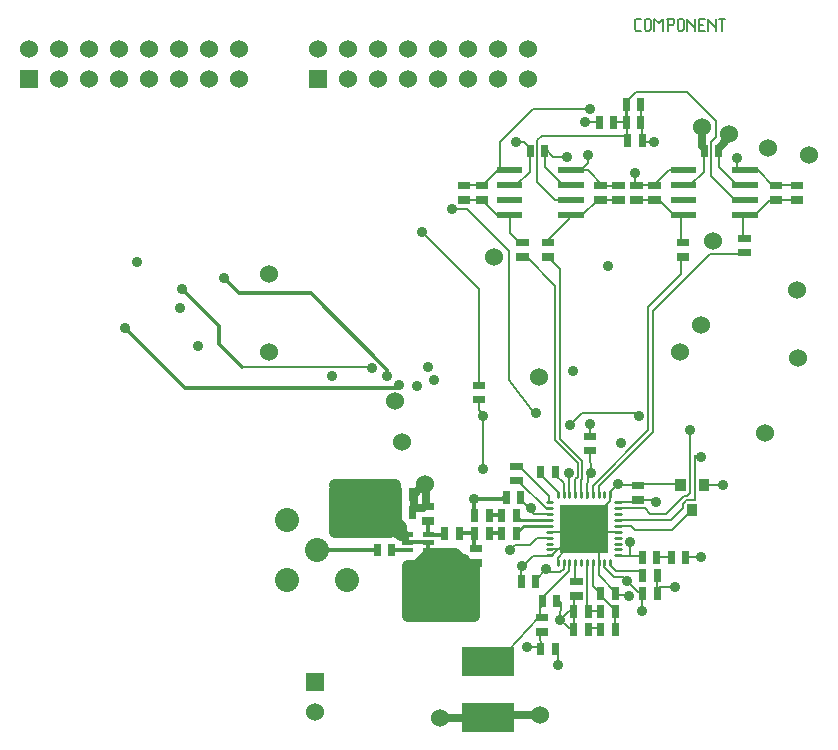
<source format=gbr>
From 8c8eeca9e2ae26c30f186bef23411d345acbc3f6 Mon Sep 17 00:00:00 2001
From: matt
Date: Wed, 16 Aug 2006 05:19:57 +0000
Subject: generated files, rev 2.0

git-svn-id: http://gnuradio.org/svn/gnuradio/trunk@3307 221aa14e-8319-0410-a670-987f0aec2ac5
---
 usrp-hw/dbsrx/gbr/dbsrx_front.gbr | 938 ++++++++++++++++++++++++++++++++++++++
 1 file changed, 938 insertions(+)
 create mode 100644 usrp-hw/dbsrx/gbr/dbsrx_front.gbr

(limited to 'usrp-hw/dbsrx/gbr/dbsrx_front.gbr')

diff --git a/usrp-hw/dbsrx/gbr/dbsrx_front.gbr b/usrp-hw/dbsrx/gbr/dbsrx_front.gbr
new file mode 100644
index 000000000..282709694
--- /dev/null
+++ b/usrp-hw/dbsrx/gbr/dbsrx_front.gbr
@@ -0,0 +1,938 @@
+G04 Title: RX Daughterboard, layergroup #2 *
+G04 Creator: pcb-bin 1.99q *
+G04 CreationDate: Thu Apr 28 23:14:28 2005 UTC *
+G04 For: matt *
+G04 Format: Gerber/RS-274X *
+G04 PCB-Dimensions: 275000 250000 *
+G04 PCB-Coordinate-Origin: lower left *
+%MOIN*%
+%FSLAX24Y24*%
+G04 contains layers component (3) *
+%IPPOS*%
+%ADD11C,0.0400*%
+%ADD12C,0.0080*%
+%ADD13C,0.0239*%
+%ADD14C,0.0140*%
+%ADD15C,0.0300*%
+%ADD16C,0.0600*%
+%ADD17C,0.0250*%
+%ADD18C,0.0450*%
+%ADD19C,0.0140*%
+%ADD20C,0.0299*%
+%ADD21C,0.0100*%
+%ADD22C,0.0110*%
+%ADD23C,0.0249*%
+%ADD24R,0.0240X0.0240*%
+%ADD25R,0.0440X0.0440*%
+%ADD26R,0.0300X0.0300*%
+%ADD27C,0.0060*%
+%ADD28C,0.0080*%
+%ADD29C,0.0800*%
+%ADD30C,0.0860*%
+%ADD31C,0.1100X0.0800*%
+%ADD32C,0.1100*%
+%ADD33C,0.0110*%
+%AMTHERM1*7,0,0,0.1100,0.0800,0.0110,45*%
+%ADD34THERM1*%
+%ADD35R,0.0970X0.0970*%
+%ADD36R,0.1170X0.1170*%
+%ADD37R,0.1030X0.1030*%
+%ADD38C,0.0200*%
+%ADD39R,0.0560X0.0560*%
+%ADD40R,0.0860X0.0860*%
+%ADD41R,0.0620X0.0620*%
+%ADD42R,0.1220X0.1220*%
+%ADD43R,0.1520X0.1520*%
+%ADD44R,0.1280X0.1280*%
+%ADD45R,0.0340X0.0340*%
+%ADD46R,0.0640X0.0640*%
+%ADD47R,0.0400X0.0400*%
+%ADD48R,0.0540X0.0540*%
+%ADD49R,0.0480X0.0480*%
+%ADD50R,0.0680X0.0680*%
+%ADD51R,0.0200X0.0200*%
+%ADD52R,0.0500X0.0500*%
+%ADD53R,0.0600X0.0600*%
+%ADD54R,0.0660X0.0660*%
+%ADD55R,0.0900X0.0900X0.0600X0.0600*%
+%ADD56R,0.0900X0.0900*%
+%ADD57C,0.0600*%
+%ADD58C,0.0660*%
+%AMTHERM2*7,0,0,0.0900,0.0600,0.0100,45*%
+%ADD59THERM2*%
+%ADD60C,0.0900X0.0600*%
+%ADD61C,0.0900*%
+%ADD62R,0.0150X0.0150*%
+%ADD63R,0.0450X0.0450*%
+%ADD64R,0.0210X0.0210*%
+%ADD65C,0.0410*%
+%ADD66C,0.0170*%
+%ADD67R,0.1610X0.1610*%
+%ADD68R,0.1910X0.1910*%
+%ADD69R,0.1670X0.1670*%
+%ADD70C,0.0720*%
+%ADD71C,0.0920X0.0720*%
+%ADD72C,0.0920*%
+%ADD73C,0.0240*%
+%ADD74C,0.0340*%
+%ADD75C,0.1320*%
+%ADD76C,0.1520*%
+%ADD77C,0.1520X0.1320*%
+%ADD78C,0.0600*%
+%ADD79C,0.0125*%
+%AMTHERM3*7,0,0,0.0800,0.0600,0.0125,45*%
+%ADD80THERM3*%
+%ADD81C,0.0800*%
+%ADD82C,0.0800X0.0600*%
+%ADD83C,0.0350*%
+%ADD84C,0.0100*%
+%AMTHERM4*7,0,0,0.0510,0.0350,0.0100,45*%
+%ADD85THERM4*%
+%ADD86C,0.0510*%
+%ADD87C,0.0510X0.0350*%
+%ADD88C,0.0360*%
+%ADD89C,0.0520*%
+%ADD90C,0.0520X0.0360*%
+%AMTHERM5*7,0,0,0.0799,0.0600,0.0125,45*%
+%ADD91THERM5*%
+%ADD92C,0.0799*%
+%ADD93C,0.0799X0.0600*%
+%ADD94C,0.0090*%
+%AMTHERM6*7,0,0,0.0520,0.0360,0.0090,45*%
+%ADD95THERM6*%
+%ADD96C,0.0310*%
+%ADD97C,0.0080*%
+%AMTHERM7*7,0,0,0.0469,0.0310,0.0080,45*%
+%ADD98THERM7*%
+%ADD99C,0.0469*%
+%ADD100C,0.0469X0.0310*%
+%AMTHERM8*7,0,0,0.0510,0.0350,0.0100,45*%
+%ADD101THERM8*%
+%ADD102C,0.0510*%
+%ADD103C,0.0510X0.0350*%
+%LNGROUP_1*%
+%LPD*%
+G01X0Y0D02*
+G54D21*G36*
+X18800Y7300D02*X19450D01*
+Y8250D01*
+X18800D01*
+Y7300D01*
+G37*
+G36*
+X18500Y6800D02*X20100D01*
+Y8400D01*
+X18500D01*
+Y6800D01*
+G37*
+G36*
+X20100D01*
+Y8400D01*
+X18500D01*
+Y6800D01*
+G37*
+%LNCUTS*%
+%LPC*%
+G54D13*X18090Y7500D02*X18800D01*
+G54D99*X19400Y7350D03*
+X19650Y7150D03*
+Y7550D03*
+X19600Y7950D03*
+X18800Y8100D03*
+X19350Y8150D03*
+X18800Y7400D03*
+X19100Y7200D03*
+X18800Y7750D03*
+X19100Y7550D03*
+Y7950D03*
+X19350Y7750D03*
+G54D68*X19300Y7600D03*
+G54D13*X18090Y7500D02*X18800D01*
+X18250Y6920D02*X18770D01*
+X18850Y7000D01*
+X18250Y6720D02*X18480Y6950D01*
+X18800D01*
+X18420Y6620D02*X18650Y6850D01*
+X20350Y7510D02*X19740D01*
+X19700Y7550D01*
+X19790Y6860D02*X19750Y6900D01*
+X19790Y6550D02*Y6860D01*
+X20180Y8530D02*X20000Y8350D01*
+G54D99*X19900Y8100D03*
+X19400Y7350D03*
+X19350Y7000D03*
+X19650Y7150D03*
+X19950Y7000D03*
+X19900Y7350D03*
+X19650Y7550D03*
+X19900Y7750D03*
+X19600Y7950D03*
+X18800Y8100D03*
+X19350Y8150D03*
+X18800Y7400D03*
+Y7050D03*
+X19100Y7200D03*
+X18800Y7750D03*
+X19100Y7550D03*
+Y7950D03*
+X19350Y7750D03*
+G54D68*X19300Y7600D03*
+G54D13*X18090Y7500D02*X18800D01*
+X18250Y6920D02*X18770D01*
+X18850Y7000D01*
+X18250Y6720D02*X18480Y6950D01*
+X18800D01*
+X18420Y6620D02*X18650Y6850D01*
+X20350Y7510D02*X19740D01*
+X19700Y7550D01*
+X19790Y6860D02*X19750Y6900D01*
+X19790Y6550D02*Y6860D01*
+X20180Y8530D02*X20000Y8350D01*
+G54D99*X19900Y8100D03*
+X19400Y7350D03*
+X19350Y7000D03*
+X19650Y7150D03*
+X19950Y7000D03*
+X19900Y7350D03*
+X19650Y7550D03*
+X19900Y7750D03*
+X19600Y7950D03*
+X18800Y8100D03*
+X19350Y8150D03*
+X18800Y7400D03*
+Y7050D03*
+X19100Y7200D03*
+X18800Y7750D03*
+X19100Y7550D03*
+Y7950D03*
+X19350Y7750D03*
+G54D68*X19300Y7600D03*
+%LNTRACKS*%
+%LPD*%
+G54D11*X15150Y6550D02*X15300D01*
+X15100Y6600D02*X15150Y6550D01*
+X15100Y6650D02*Y6600D01*
+X15000Y6750D02*X15100Y6650D01*
+X14150Y6750D02*X15000D01*
+X13750Y6350D02*X14150Y6750D01*
+X13450Y6350D02*X13750D01*
+X13450Y5850D02*Y6350D01*
+X13950Y5350D02*X13450Y5850D01*
+X15100Y5350D02*X13950D01*
+X15100Y5650D02*Y5350D01*
+X13750Y5650D02*X15100D01*
+X13700Y5600D02*X13750Y5650D01*
+X13700Y5000D02*Y5600D01*
+X15350Y5000D02*X13700D01*
+X15350Y6000D02*Y5000D01*
+X13450Y6000D02*X15350D01*
+X13450Y4700D02*Y6000D01*
+X15650Y4700D02*X13450D01*
+X15650Y6350D02*Y4700D01*
+X13450Y6350D02*X15650D01*
+X13200Y7650D02*X13100Y7750D01*
+X13200Y7400D02*Y7650D01*
+X13150Y7450D02*X13200Y7400D01*
+X13100Y7450D02*X13150D01*
+X13000Y7550D02*X13100Y7450D01*
+X13000Y9050D02*Y7550D01*
+X11000Y9050D02*X13000D01*
+X11400Y8650D02*X11000Y9050D01*
+X11400Y8550D02*Y8650D01*
+X11450Y8600D02*X11400Y8550D01*
+X12750Y8600D02*X11450D01*
+X12050Y7900D02*X12750Y8600D01*
+X11750Y7900D02*X12050D01*
+X11950Y8100D02*X11750Y7900D01*
+X12350Y8100D02*X11950D01*
+X12250Y8200D02*X12350Y8100D01*
+X11200Y8200D02*X12250D01*
+X11150Y8150D02*X11200Y8200D01*
+X11150Y7800D02*Y8150D01*
+X11200Y7750D02*X11150Y7800D01*
+X12700Y7750D02*X11200D01*
+X12700Y8450D02*Y7750D01*
+X11350Y8450D02*X12700D01*
+X11000Y8800D02*X11350Y8450D01*
+X11000Y8900D02*Y8800D01*
+X13050Y8900D02*X11000D01*
+X13050Y7700D02*Y8900D01*
+X12850Y7500D02*X13050Y7700D01*
+X11000Y7500D02*X12850D01*
+X11000Y8850D02*Y7500D01*
+G54D12*X18620Y6270D02*X18500Y6150D01*
+X15950Y11350D02*Y9600D01*
+X15800Y15600D02*Y12400D01*
+X13900Y17500D02*X15800Y15600D01*
+Y11550D02*Y11850D01*
+X15900Y11450D02*X15800Y11550D01*
+X22850Y9950D02*Y10900D01*
+X23200Y10000D02*X23000D01*
+X21100Y11450D02*X21200Y11300D01*
+X19250Y11450D02*X21100D01*
+X18850Y11050D02*X19250Y11450D01*
+X22750Y8700D02*X22850Y8800D01*
+X22638Y8700D02*X22750D01*
+X22038Y8100D02*X22638Y8700D01*
+X21500Y8100D02*X22038D01*
+X22850Y8800D02*Y10000D01*
+X22700Y8550D02*X23000D01*
+X22655Y8505D02*X22700Y8550D01*
+X22655Y8500D02*Y8505D01*
+X22600Y8444D02*X22655Y8500D01*
+X22600Y8300D02*Y8444D01*
+X22190Y7890D02*X22600Y8300D01*
+X20520Y7890D02*X22190D01*
+X21320Y8280D02*X21500Y8100D01*
+X20520Y8280D02*X21320D01*
+X23000Y8550D02*Y10050D01*
+X23300Y9080D02*X23350Y9130D01*
+X23950Y9050D02*X23300D01*
+X16800Y12550D02*X17650Y11450D01*
+X20850Y6700D02*Y7150D01*
+X16800Y16850D02*Y12550D01*
+X15400Y18250D02*X16800Y16850D01*
+X14900Y18250D02*X15400D01*
+X23500Y16750D02*X24550D01*
+X21600Y14850D02*X23500Y16750D01*
+X21600Y10838D02*Y14850D01*
+X19790Y9028D02*X21600Y10838D01*
+X19790Y8820D02*Y9028D01*
+X22550Y16100D02*Y16650D01*
+X21450Y15000D02*X22550Y16100D01*
+X21450Y10900D02*Y15000D01*
+X19590Y9040D02*X21450Y10900D01*
+X19590Y8820D02*Y9040D01*
+X18499Y16250D02*X18100Y16650D01*
+X18499Y10612D02*Y16250D01*
+X19250Y9862D02*X18499Y10612D01*
+X19250Y9278D02*Y9862D01*
+X18350Y10550D02*Y15700D01*
+X19100Y9800D02*X18350Y10550D01*
+X19100Y9340D02*Y9800D01*
+X19210Y9238D02*X19250Y9278D01*
+X19210Y8820D02*Y9238D01*
+X18350Y15700D02*X17400Y16650D01*
+X19010Y9250D02*X19100Y9340D01*
+X19010Y8820D02*Y9250D01*
+X18800Y8830D02*Y9400D01*
+X18810Y8820D02*X18800Y8830D01*
+X19500Y10120D02*X19550Y9450D01*
+X19410Y10210D02*X19500Y10120D01*
+X17700Y5900D02*Y5850D01*
+X18050Y6250D02*X17700Y5900D01*
+X17400Y3650D02*X17800D01*
+X21250Y5350D02*Y4850D01*
+X21260Y5360D02*X21250Y5350D01*
+X21650Y8550D02*X21100D01*
+X21700Y8500D02*X21650Y8550D01*
+X19450Y9450D02*X19400Y8750D01*
+X19390Y8650D02*X19400Y8640D01*
+X18150Y6150D02*X18500D01*
+X18050Y6250D02*X18150Y6150D01*
+X18620Y6380D02*Y6270D01*
+X17800Y4150D02*X17900Y3550D01*
+X17810Y4160D02*X17900Y4150D01*
+X17650Y8100D02*X18150D01*
+X17190Y8560D02*X17650Y8100D01*
+X21100Y5500D02*X21250D01*
+X20600Y6000D02*X21100Y5500D01*
+X20300Y6000D02*X20600D01*
+X19980Y6320D02*X20300Y6000D01*
+X19980Y6380D02*Y6320D01*
+X20370Y8500D02*X21100D01*
+X20350Y8480D02*X20370Y8500D01*
+X18280Y20000D02*X18700D01*
+X17990Y20290D02*X18280Y20000D01*
+G54D17*X24150Y20650D02*Y20750D01*
+X23790Y20290D02*X24150Y20650D01*
+G54D12*X23790Y19660D02*X24400Y19050D01*
+X23790Y20110D02*Y19660D01*
+X17990D02*X18600Y19050D01*
+X17990Y20290D02*Y19660D01*
+X17900Y5280D02*X17800Y4650D01*
+X17910Y5290D02*X17900Y5280D01*
+X18920Y4200D02*X18500Y4550D01*
+X18960Y4160D02*X18920Y4200D01*
+X18450Y3580D02*Y3050D01*
+X18340Y3690D02*X18450Y3580D01*
+X18960Y5360D02*Y4250D01*
+X19000Y6370D02*Y5850D01*
+X19010Y6380D02*X19000Y6370D01*
+X19790Y6060D02*X20350Y5500D01*
+X19790Y6380D02*Y6060D01*
+X21850Y5650D02*X22350D01*
+X21740Y5540D02*X21850Y5650D01*
+X22780Y6650D02*X23200D01*
+X22690Y6560D02*X22780Y6650D01*
+X21740Y6140D02*Y5450D01*
+X17600Y6700D02*X18150D01*
+X17500Y7050D02*X17750Y7300D01*
+X17115Y9210D02*X18070Y8254D01*
+X16960Y9210D02*X17115D01*
+X18150Y8680D02*Y8500D01*
+X17140Y9690D02*X18150Y8680D01*
+X19410Y10690D02*X19500Y10780D01*
+Y11100D01*
+X18450Y8820D02*Y8800D01*
+X17860Y9410D02*X18450Y8820D01*
+X18620Y9130D02*Y8735D01*
+X18340Y9410D02*X18620Y9130D01*
+G54D14*X16570Y8600D02*X15650D01*
+X16710Y8740D02*X16570Y8600D01*
+X15660Y8140D02*X15650Y8150D01*
+Y6420D02*Y6000D01*
+X15610Y6460D02*X15650Y6420D01*
+X13220Y7500D02*X12850Y7400D01*
+X13310Y7410D02*X13220Y7500D01*
+X14100Y7150D02*Y6950D01*
+X13510Y7150D02*X14100D01*
+X13400Y7240D02*Y7450D01*
+X13310Y7150D02*X13400Y7240D01*
+G54D12*X13150Y7570D02*Y8050D01*
+X13310Y7410D02*X13150Y7570D01*
+X20270Y4950D02*X20300D01*
+X19860Y5360D02*X20270Y4950D01*
+X19590Y5710D02*X19850Y5450D01*
+X19590Y6380D02*Y5710D01*
+X17210Y6310D02*X17600Y6700D01*
+X17750Y7300D02*X18100D01*
+X17210Y6310D02*Y5850D01*
+X20750Y5400D02*X20400D01*
+X20800Y5350D02*X20750Y5400D01*
+X20360Y6200D02*X21250D01*
+X20180Y6380D02*X20360Y6200D01*
+X19390Y5010D02*X19450Y4950D01*
+X19390Y6380D02*Y5010D01*
+X20180Y8530D02*X20000Y8350D01*
+X20180Y8820D02*Y8530D01*
+X18420Y6620D02*X18650Y6850D01*
+X18420Y6550D02*Y6620D01*
+X18480Y6950D02*X18800D01*
+X18250Y6720D02*X18480Y6950D01*
+X18770Y6920D02*X18850Y7000D01*
+X18250Y6920D02*X18770D01*
+X19790Y6860D02*X19750Y6900D01*
+X19790Y6550D02*Y6860D01*
+X19740Y7510D02*X19700Y7550D01*
+X20350Y7510D02*X19740D01*
+X18090Y7500D02*X18800D01*
+X18080Y7510D02*X18090Y7500D01*
+X22250Y7550D02*X22850Y8150D01*
+X21000Y7550D02*X22250D01*
+X20860Y7690D02*X21000Y7550D01*
+X20520Y7690D02*X20860D01*
+G54D22*X17290D02*X17150Y7550D01*
+X18080Y7690D02*X17290D01*
+X17160Y7890D02*X17100Y7950D01*
+X18080Y7890D02*X17160D01*
+G54D19*X15650Y7450D02*X15200D01*
+X15650Y6980D02*Y7450D01*
+X15610Y6940D02*X15650Y6980D01*
+G54D12*X20350Y4350D02*Y4900D01*
+X20340Y4340D02*X20350Y4350D01*
+X19530Y4850D02*X19860D01*
+X19440Y4940D02*X19530Y4850D01*
+X19440Y4340D02*X19450Y4300D01*
+X19820D02*X19450D01*
+X19860Y4340D02*X19820Y4300D01*
+X20410Y9050D02*X21050D01*
+X20180Y8820D02*X20410Y9050D01*
+X21070Y9100D02*X22500D01*
+X21010Y9040D02*X21270Y9100D01*
+X17000Y7050D02*X17500D01*
+X16850Y6900D02*X17000Y7050D01*
+X20370Y6700D02*X21250D01*
+X20350Y6720D02*X20370Y6700D01*
+G54D14*X15650Y8150D02*Y8500D01*
+G54D12*X22120Y6650D02*X21750D01*
+X22210Y6740D02*X22120Y6650D01*
+X16500Y20500D02*Y19550D01*
+X17600Y21600D02*X16500Y20500D01*
+X19500Y21600D02*X17600D01*
+X19450Y19800D02*Y20050D01*
+X19200Y19550D02*X19450Y19800D01*
+G54D19*X16230Y8050D02*X16550D01*
+X16140Y8140D02*X16230Y8050D01*
+Y7450D02*X16600D01*
+X16140Y7540D02*X16230Y7450D01*
+X13310Y6900D02*X12900D01*
+X15230Y7450D02*X15650D01*
+X15140Y7540D02*X15230Y7450D01*
+X14100Y7400D02*X14650D01*
+X14100Y7770D02*Y7400D01*
+X14010Y7860D02*X14100Y7770D01*
+G54D12*X14110Y7760D02*Y7410D01*
+X14010Y7860D02*X14110Y7760D01*
+X13100Y8250D02*X12700D01*
+X13110Y8240D02*X13100Y8250D01*
+X13070Y8800D02*X12700D01*
+X13110Y8840D02*X13070Y8800D01*
+X13100Y8830D02*Y8300D01*
+X13110Y8840D02*X13100Y8830D01*
+X18800Y4850D02*X18960D01*
+X18500Y4550D02*X18800Y4850D01*
+X17300Y20500D02*X17050D01*
+X17510Y20290D02*X17300Y20500D01*
+X19350Y21150D02*X19800D01*
+X23550Y19350D02*X24350Y18550D01*
+X23550Y20500D02*Y19350D01*
+X23700Y20650D02*X23550Y20500D01*
+X23700Y21200D02*Y20650D01*
+X22750Y22150D02*X23700Y21200D01*
+X21020Y22150D02*X22750D01*
+X20710Y21840D02*X21020Y22150D01*
+X18350Y18550D02*X18600D01*
+X17750Y19150D02*X18350Y18550D01*
+X17750Y20550D02*Y19150D01*
+X17900Y20700D02*X17750Y20550D01*
+X20700Y20700D02*X17900D01*
+X20760Y20640D02*X20700Y20700D01*
+G54D17*X15700Y1300D02*X14500D01*
+X15710Y1310D02*X15700Y1300D01*
+X16580Y1400D02*X17850D01*
+X16490Y1310D02*X16580Y1400D01*
+X13650Y8300D02*Y8600D01*
+X13950Y8300D02*X13650D01*
+X14050Y8400D02*X13950Y8300D01*
+X14050Y9050D02*Y8400D01*
+X14000Y9100D02*X14050Y9050D01*
+X13750Y8850D02*X13650Y8700D01*
+X14000Y9100D02*X13650Y8750D01*
+G54D12*X21000Y19080D02*Y19450D01*
+X20960Y19040D02*X21000Y19080D01*
+X24400Y19600D02*Y19950D01*
+X24350Y19550D02*X24400Y19600D01*
+X21280Y20500D02*X21650D01*
+X21240Y20460D02*X21280Y20500D01*
+X18550Y5130D02*X18500Y4600D01*
+X18390Y5290D02*X18550Y5130D01*
+G54D17*X23250Y20350D02*Y21000D01*
+Y20350D02*Y20900D01*
+X23310Y20290D02*X23250Y20350D01*
+G54D12*X18810Y6210D02*X17900Y5300D01*
+X18810Y6380D02*Y6210D01*
+X23310Y19510D02*X22850Y19050D01*
+X23310Y20110D02*Y19510D01*
+X17510D02*X17050Y19050D01*
+X17510Y20290D02*Y19510D01*
+X16750Y3500D02*X16450D01*
+X17800Y4650D02*X16750Y3500D01*
+X16450Y19550D02*X16700D01*
+X15950Y19050D02*X16450Y19550D01*
+X15220Y19050D02*X15950D01*
+X15210Y19040D02*X15220Y19050D01*
+X16400Y18050D02*X16550D01*
+X15900Y18550D02*X16400Y18050D01*
+X15220Y18550D02*X15900D01*
+X15210Y18560D02*X15220Y18550D01*
+X19430Y19550D02*X18900D01*
+X19940Y19040D02*X19430Y19550D01*
+X16850Y17450D02*Y18000D01*
+X17160Y17140D02*X16850Y17450D01*
+X18800Y17930D02*Y18050D01*
+X18010Y17140D02*X18800Y17930D01*
+X19250Y18050D02*X19100D01*
+X19760Y18560D02*X19250Y18050D01*
+X20350Y18550D02*X19900D01*
+X20360Y18560D02*X20350Y18550D01*
+X20360Y19040D02*X19850D01*
+X21240Y21060D02*Y20550D01*
+X21200Y21100D02*X21240Y21060D01*
+X21200Y21830D02*Y21100D01*
+X21190Y21840D02*X21200Y21830D01*
+X20750Y21600D02*Y20600D01*
+X20700Y21650D02*X20750Y21600D01*
+X20700Y21160D02*Y21650D01*
+X20710Y21150D02*X20700Y21160D01*
+X20380Y21150D02*X20710D01*
+X20290Y21240D02*X20380Y21150D01*
+X24600Y17330D02*Y18050D01*
+X24560Y17290D02*X24600Y17330D01*
+X21800Y18550D02*X21050D01*
+X22300Y18050D02*X21800Y18550D01*
+X22550Y18050D02*X22300D01*
+X22550Y17180D02*Y18050D01*
+X22510Y17140D02*X22550Y17180D01*
+X22150Y19550D02*X22400D01*
+X21650Y19050D02*X22150Y19550D01*
+X21150Y19050D02*X21650D01*
+X21140Y19040D02*X21150Y19050D01*
+X25500Y18550D02*X25650D01*
+X25000Y18050D02*X25500Y18550D01*
+X25100Y19550D02*X24900D01*
+X25610Y19040D02*X25100Y19550D01*
+X26300Y19050D02*X25700D01*
+X26310Y19040D02*X26300Y19050D01*
+X26310Y18560D02*X25700D01*
+X12200Y13000D02*X12250Y12950D01*
+X7900Y13000D02*X12200D01*
+G54D19*X10400Y6900D02*X12410D01*
+X6000Y12300D02*X4000Y14300D01*
+X13050Y12300D02*X6000D01*
+X13150Y12400D02*X13050Y12300D01*
+X7800Y15450D02*X7300Y15950D01*
+X10195Y15450D02*X7800D01*
+X12750Y12895D02*X10195Y15450D01*
+X12750Y12700D02*Y12895D01*
+X7150Y14350D02*X5900Y15600D01*
+X7150Y13750D02*Y14350D01*
+X7900Y13000D02*X7150Y13750D01*
+G54D17*X10400Y6900D02*X10350Y6850D01*
+G04 Text: COMPONENT *
+G54D28*X21050Y24200D02*X21200D01*
+X21000Y24250D02*X21050Y24200D01*
+X21000Y24550D02*Y24250D01*
+Y24550D02*X21050Y24600D01*
+X21200D01*
+X21320Y24550D02*Y24250D01*
+Y24550D02*X21370Y24600D01*
+X21470D01*
+X21520Y24550D01*
+Y24250D01*
+X21470Y24200D02*X21520Y24250D01*
+X21370Y24200D02*X21470D01*
+X21320Y24250D02*X21370Y24200D01*
+X21640Y24600D02*Y24200D01*
+Y24600D02*X21790Y24450D01*
+X21940Y24600D01*
+Y24200D01*
+X22110Y24600D02*Y24200D01*
+X22060Y24600D02*X22260D01*
+X22310Y24550D01*
+Y24450D01*
+X22260Y24400D02*X22310Y24450D01*
+X22110Y24400D02*X22260D01*
+X22430Y24550D02*Y24250D01*
+Y24550D02*X22480Y24600D01*
+X22580D01*
+X22630Y24550D01*
+Y24250D01*
+X22580Y24200D02*X22630Y24250D01*
+X22480Y24200D02*X22580D01*
+X22430Y24250D02*X22480Y24200D01*
+X22750Y24600D02*Y24200D01*
+Y24600D02*Y24550D01*
+X23000Y24300D01*
+Y24600D02*Y24200D01*
+X23120Y24400D02*X23270D01*
+X23120Y24200D02*X23320D01*
+X23120Y24600D02*Y24200D01*
+Y24600D02*X23320D01*
+X23440D02*Y24200D01*
+Y24600D02*Y24550D01*
+X23690Y24300D01*
+Y24600D02*Y24200D01*
+X23810Y24600D02*X24010D01*
+X23910D02*Y24200D01*
+G54D29*X10400Y6900D03*
+X11400Y7900D03*
+Y5900D03*
+X9400Y7900D03*
+Y5900D03*
+G54D53*X10450Y22600D03*
+G54D57*Y23600D03*
+X11450Y22600D03*
+Y23600D03*
+X12450Y22600D03*
+Y23600D03*
+X13450Y22600D03*
+Y23600D03*
+X14450Y22600D03*
+Y23600D03*
+X15450Y22600D03*
+Y23600D03*
+X16450Y22600D03*
+Y23600D03*
+X17450Y22600D03*
+Y23600D03*
+G54D53*X800Y22600D03*
+G54D57*Y23600D03*
+X1800Y22600D03*
+Y23600D03*
+X2800Y22600D03*
+Y23600D03*
+X3800Y22600D03*
+Y23600D03*
+X4800Y22600D03*
+Y23600D03*
+X5800Y22600D03*
+Y23600D03*
+X6800Y22600D03*
+Y23600D03*
+X7800Y22600D03*
+Y23600D03*
+G54D53*X10350Y2500D03*
+G54D57*Y1500D03*
+G54D78*X16300Y16650D03*
+X8800Y13500D03*
+Y16100D03*
+G54D83*X5850Y14950D03*
+X4400Y16500D03*
+G54D88*X17700Y11450D03*
+G54D83*X5900Y15600D03*
+X12750Y12700D03*
+X7300Y15950D03*
+X10900Y12700D03*
+X6450Y13700D03*
+X13150Y12400D03*
+X4000Y14300D03*
+G54D78*X13250Y10500D03*
+X22500Y13500D03*
+X25350Y10800D03*
+X23200Y14400D03*
+G54D88*X16850Y6900D03*
+X17250Y6350D03*
+G54D78*X26800Y20050D03*
+X25450Y20300D03*
+X23250Y21000D03*
+G54D88*X20800Y5350D03*
+X21650Y20500D03*
+X24400Y19950D03*
+X21000Y19450D03*
+G54D78*X17800Y12650D03*
+X14000Y9100D03*
+X17850Y1400D03*
+X14500Y1300D03*
+G54D88*X19350Y21150D03*
+X17050Y20500D03*
+X19500Y11100D03*
+X12700Y8800D03*
+Y8250D03*
+X19450Y20050D03*
+X19500Y21600D03*
+G54D78*X13000Y11850D03*
+X23600Y17200D03*
+G54D96*X19900Y8100D03*
+G54D83*X15650Y6000D03*
+Y8600D03*
+G54D88*X22350Y5650D03*
+X23200Y6650D03*
+X18450Y3050D03*
+X18500Y4550D03*
+X17550Y8300D03*
+X21700Y8500D03*
+X18750Y20000D03*
+X21250Y4850D03*
+X17400Y3650D03*
+X18050Y6250D03*
+G54D78*X24150Y20750D03*
+X26400Y15550D03*
+G54D88*X19550Y9450D03*
+X18800D03*
+G54D78*X26450Y13300D03*
+G54D88*X13900Y17500D03*
+X14900Y18250D03*
+X20850Y7150D03*
+G54D83*X12250Y12950D03*
+G54D88*X14100Y13000D03*
+X13750Y12350D03*
+X14300Y12550D03*
+X18850Y11050D03*
+X21150Y11350D03*
+X23200Y10000D03*
+X22850Y10900D03*
+X20550Y10450D03*
+X23950Y9050D03*
+X15950Y11350D03*
+Y9600D03*
+X20100Y16350D03*
+X18950Y12850D03*
+X20750Y5850D03*
+X20450Y9100D03*
+G54D96*X18800Y8100D03*
+Y7750D03*
+Y7400D03*
+Y7050D03*
+X19100Y7200D03*
+Y7550D03*
+Y7950D03*
+X19350Y8150D03*
+Y7750D03*
+X19400Y7350D03*
+X19350Y7000D03*
+X19650Y7150D03*
+X19950Y7000D03*
+X19900Y7350D03*
+X19650Y7550D03*
+X19900Y7750D03*
+X19600Y7950D03*
+X15050Y6100D03*
+X12300Y7550D03*
+X11150Y8950D03*
+X11850D03*
+X12200Y8450D03*
+X14100Y6500D03*
+X14700Y6600D03*
+X15150Y6500D03*
+X13650Y5700D03*
+X14550Y5850D03*
+X14000Y5150D03*
+X14700Y5050D03*
+X15450Y4900D03*
+X12950Y7550D03*
+G54D24*X15710Y11910D02*X15890D01*
+X15710Y12390D02*X15890D01*
+X19760Y19040D02*X19940D01*
+X19760Y18560D02*X19940D01*
+X20960D02*X21140D01*
+X20960Y19040D02*X21140D01*
+X21560D02*X21740D01*
+X21560Y18560D02*X21740D01*
+X20360D02*X20540D01*
+X20360Y19040D02*X20540D01*
+X20760Y20640D02*Y20460D01*
+X21240Y20640D02*Y20460D01*
+X17990Y20290D02*Y20110D01*
+X17510Y20290D02*Y20110D01*
+G54D45*X23300Y9080D02*Y9020D01*
+X22520Y9080D02*Y9020D01*
+X22910Y8260D02*Y8200D01*
+G54D24*X23790Y20290D02*Y20110D01*
+X23310Y20290D02*Y20110D01*
+X20710Y21840D02*Y21660D01*
+X21190Y21840D02*Y21660D01*
+X17860Y3690D02*Y3510D01*
+X18340Y3690D02*Y3510D01*
+X17810Y4640D02*X17990D01*
+X17810Y4160D02*X17990D01*
+X17910Y5290D02*Y5110D01*
+X18390Y5290D02*Y5110D01*
+X15660Y8140D02*Y7960D01*
+X16140Y8140D02*Y7960D01*
+X14010Y8340D02*X14190D01*
+X14010Y7860D02*X14190D01*
+X13590Y8240D02*Y8060D01*
+X13110Y8240D02*Y8060D01*
+X14660Y7540D02*Y7360D01*
+X15140Y7540D02*Y7360D01*
+X17210Y5940D02*Y5760D01*
+X17690Y5940D02*Y5760D01*
+X21260Y6140D02*Y5960D01*
+X21740Y6140D02*Y5960D01*
+X16560Y7540D02*Y7360D01*
+X17040Y7540D02*Y7360D01*
+X15610Y6460D02*X15790D01*
+X15610Y6940D02*X15790D01*
+X18960Y5840D02*X19140D01*
+X18960Y5360D02*X19140D01*
+X17860Y9590D02*Y9410D01*
+X18340Y9590D02*Y9410D01*
+X16960Y9690D02*X17140D01*
+X16960Y9210D02*X17140D01*
+X22210Y6740D02*Y6560D01*
+X22690Y6740D02*Y6560D01*
+X19410Y10690D02*X19590D01*
+X19410Y10210D02*X19590D01*
+X13590Y8840D02*Y8660D01*
+X13110Y8840D02*Y8660D01*
+X21740Y5540D02*Y5360D01*
+X21260Y5540D02*Y5360D01*
+X16560Y8140D02*Y7960D01*
+X17040Y8140D02*Y7960D01*
+X21010Y9040D02*X21190D01*
+X21010Y8560D02*X21190D01*
+X16710Y8740D02*Y8560D01*
+X17190Y8740D02*Y8560D01*
+G54D35*X15710Y3190D02*X16490D01*
+X15710Y1310D02*X16490D01*
+G54D24*X15810Y19040D02*X15990D01*
+X15810Y18560D02*X15990D01*
+X21250Y6740D02*Y6560D01*
+X21730Y6740D02*Y6560D01*
+X26310Y18560D02*X26490D01*
+X26310Y19040D02*X26490D01*
+X19860Y4340D02*Y4160D01*
+X20340Y4340D02*Y4160D01*
+G54D62*X13310Y7410D02*X13510D01*
+X13310Y7150D02*X13510D01*
+X13310Y6900D02*X13510D01*
+X14010D02*X14210D01*
+X14010Y7150D02*X14210D01*
+X14010Y7410D02*X14210D01*
+G54D51*X24350Y18050D02*X25000D01*
+X24350Y18550D02*X25000D01*
+X24350Y19050D02*X25000D01*
+X24350Y19550D02*X25000D01*
+X22300D02*X22950D01*
+X22300Y19050D02*X22950D01*
+X22300Y18550D02*X22950D01*
+X22300Y18050D02*X22950D01*
+G54D24*X18960Y4340D02*Y4160D01*
+X19440Y4340D02*Y4160D01*
+X24560Y17290D02*X24740D01*
+X24560Y16810D02*X24740D01*
+X25610Y19040D02*X25790D01*
+X25610Y18560D02*X25790D01*
+G54D33*X18080Y8480D02*X18250D01*
+X18080Y8280D02*X18250D01*
+X18080Y8090D02*X18250D01*
+X18080Y7890D02*X18250D01*
+X18080Y7690D02*X18250D01*
+X18080Y7510D02*X18250D01*
+X18080Y7310D02*X18250D01*
+X18080Y7110D02*X18250D01*
+X18080Y6920D02*X18250D01*
+X18080Y6720D02*X18250D01*
+X18420Y6550D02*Y6380D01*
+X18620Y6550D02*Y6380D01*
+X18810Y6550D02*Y6380D01*
+X19010Y6550D02*Y6380D01*
+X19210Y6550D02*Y6380D01*
+X19390Y6550D02*Y6380D01*
+X19590Y6550D02*Y6380D01*
+X19790Y6550D02*Y6380D01*
+X19980Y6550D02*Y6380D01*
+X20180Y6550D02*Y6380D01*
+X20350Y6720D02*X20520D01*
+X20350Y6920D02*X20520D01*
+X20350Y7110D02*X20520D01*
+X20350Y7310D02*X20520D01*
+X20350Y7510D02*X20520D01*
+X20350Y7690D02*X20520D01*
+X20350Y7890D02*X20520D01*
+X20350Y8090D02*X20520D01*
+X20350Y8280D02*X20520D01*
+X20350Y8480D02*X20520D01*
+X20180Y8820D02*Y8650D01*
+X19980Y8820D02*Y8650D01*
+X19790Y8820D02*Y8650D01*
+X19590Y8820D02*Y8650D01*
+X19390Y8820D02*Y8650D01*
+X19210Y8820D02*Y8650D01*
+X19010Y8820D02*Y8650D01*
+X18810Y8820D02*Y8650D01*
+X18620Y8820D02*Y8650D01*
+X18420Y8820D02*Y8650D01*
+G54D67*X19300Y7600D03*
+G54D24*X20340Y4940D02*Y4760D01*
+X19860Y4940D02*Y4760D01*
+X22510Y17140D02*X22690D01*
+X22510Y16660D02*X22690D01*
+G54D51*X18550Y18050D02*X19200D01*
+X18550Y18550D02*X19200D01*
+X18550Y19050D02*X19200D01*
+X18550Y19550D02*X19200D01*
+X16500D02*X17150D01*
+X16500Y19050D02*X17150D01*
+X16500Y18550D02*X17150D01*
+X16500Y18050D02*X17150D01*
+G54D24*X12410Y6990D02*Y6810D01*
+X12890Y6990D02*Y6810D01*
+X15210Y18560D02*X15390D01*
+X15210Y19040D02*X15390D01*
+X15660Y7540D02*Y7360D01*
+X16140Y7540D02*Y7360D01*
+X19440Y4940D02*Y4760D01*
+X18960Y4940D02*Y4760D01*
+X17160Y17140D02*X17340D01*
+X17160Y16660D02*X17340D01*
+X18010Y17140D02*X18190D01*
+X18010Y16660D02*X18190D01*
+X20340Y5540D02*Y5360D01*
+X19860Y5540D02*Y5360D01*
+X20710Y21240D02*Y21060D01*
+X21190Y21240D02*Y21060D01*
+X19810Y21240D02*Y21060D01*
+X20290Y21240D02*Y21060D01*
+M02*
-- 
cgit 


</source>
